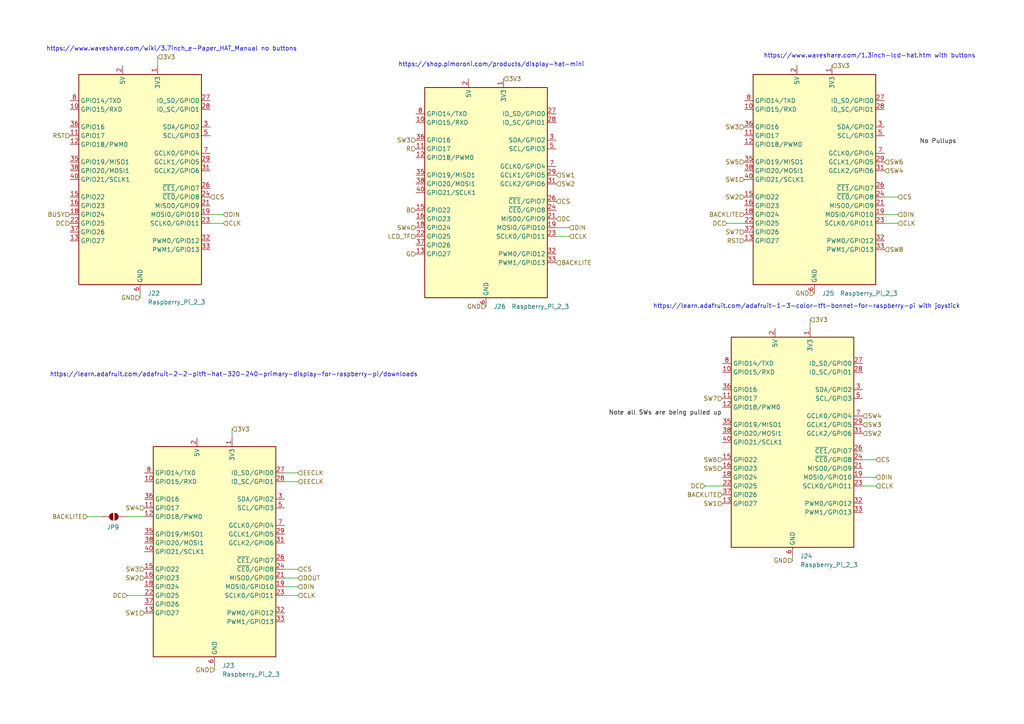
<source format=kicad_sch>
(kicad_sch (version 20231120) (generator "eeschema") (generator_version "8.0")
  (paper "A4")
  (lib_symbols
    (symbol "Connector:Raspberry_Pi_2_3"
      (property "Reference" "J" (at -17.78 31.75 0))
      (property "Value" "Raspberry_Pi_2_3" (at 10.16 -31.75 0))
      (symbol "Raspberry_Pi_2_3_0_1"
        (rectangle (start -17.78 30.48) (end 17.78 -30.48) (stroke (width 0.254)) (fill (type background)))
      )
      (symbol "Raspberry_Pi_2_3_1_1"
        (pin power_in line (at 5.08 33.02 270) (length 2.54) (name "3V3") (number "1"))
        (pin bidirectional line (at -20.32 20.32 0) (length 2.54) (name "GPIO15/RXD") (number "10"))
        (pin bidirectional line (at -20.32 12.7 0) (length 2.54) (name "GPIO17") (number "11"))
        (pin bidirectional line (at -20.32 10.16 0) (length 2.54) (name "GPIO18/PWM0") (number "12"))
        (pin bidirectional line (at -20.32 -17.78 0) (length 2.54) (name "GPIO27") (number "13"))
        (pin passive line (at 0 -33.02 90) (length 2.54) hide (name "GND") (number "14"))
        (pin bidirectional line (at -20.32 -5.08 0) (length 2.54) (name "GPIO22") (number "15"))
        (pin bidirectional line (at -20.32 -7.62 0) (length 2.54) (name "GPIO23") (number "16"))
        (pin passive line (at 5.08 33.02 270) (length 2.54) hide (name "3V3") (number "17"))
        (pin bidirectional line (at -20.32 -10.16 0) (length 2.54) (name "GPIO24") (number "18"))
        (pin bidirectional line (at 20.32 -10.16 180) (length 2.54) (name "MOSI0/GPIO10") (number "19"))
        (pin power_in line (at -5.08 33.02 270) (length 2.54) (name "5V") (number "2"))
        (pin passive line (at 0 -33.02 90) (length 2.54) hide (name "GND") (number "20"))
        (pin bidirectional line (at 20.32 -7.62 180) (length 2.54) (name "MISO0/GPIO9") (number "21"))
        (pin bidirectional line (at -20.32 -12.7 0) (length 2.54) (name "GPIO25") (number "22"))
        (pin bidirectional line (at 20.32 -12.7 180) (length 2.54) (name "SCLK0/GPIO11") (number "23"))
        (pin bidirectional line (at 20.32 -5.08 180) (length 2.54) (name "~{CE0}/GPIO8") (number "24"))
        (pin passive line (at 0 -33.02 90) (length 2.54) hide (name "GND") (number "25"))
        (pin bidirectional line (at 20.32 -2.54 180) (length 2.54) (name "~{CE1}/GPIO7") (number "26"))
        (pin bidirectional line (at 20.32 22.86 180) (length 2.54) (name "ID_SD/GPIO0") (number "27"))
        (pin bidirectional line (at 20.32 20.32 180) (length 2.54) (name "ID_SC/GPIO1") (number "28"))
        (pin bidirectional line (at 20.32 5.08 180) (length 2.54) (name "GCLK1/GPIO5") (number "29"))
        (pin bidirectional line (at 20.32 15.24 180) (length 2.54) (name "SDA/GPIO2") (number "3"))
        (pin passive line (at 0 -33.02 90) (length 2.54) hide (name "GND") (number "30"))
        (pin bidirectional line (at 20.32 2.54 180) (length 2.54) (name "GCLK2/GPIO6") (number "31"))
        (pin bidirectional line (at 20.32 -17.78 180) (length 2.54) (name "PWM0/GPIO12") (number "32"))
        (pin bidirectional line (at 20.32 -20.32 180) (length 2.54) (name "PWM1/GPIO13") (number "33"))
        (pin passive line (at 0 -33.02 90) (length 2.54) hide (name "GND") (number "34"))
        (pin bidirectional line (at -20.32 5.08 0) (length 2.54) (name "GPIO19/MISO1") (number "35"))
        (pin bidirectional line (at -20.32 15.24 0) (length 2.54) (name "GPIO16") (number "36"))
        (pin bidirectional line (at -20.32 -15.24 0) (length 2.54) (name "GPIO26") (number "37"))
        (pin bidirectional line (at -20.32 2.54 0) (length 2.54) (name "GPIO20/MOSI1") (number "38"))
        (pin passive line (at 0 -33.02 90) (length 2.54) hide (name "GND") (number "39"))
        (pin passive line (at -5.08 33.02 270) (length 2.54) hide (name "5V") (number "4"))
        (pin bidirectional line (at -20.32 0 0) (length 2.54) (name "GPIO21/SCLK1") (number "40"))
        (pin bidirectional line (at 20.32 12.7 180) (length 2.54) (name "SCL/GPIO3") (number "5"))
        (pin power_in line (at 0 -33.02 90) (length 2.54) (name "GND") (number "6"))
        (pin bidirectional line (at 20.32 7.62 180) (length 2.54) (name "GCLK0/GPIO4") (number "7"))
        (pin bidirectional line (at -20.32 22.86 0) (length 2.54) (name "GPIO14/TXD") (number "8"))
        (pin passive line (at 0 -33.02 90) (length 2.54) hide (name "GND") (number "9"))
      )
    )
    (symbol "Jumper:SolderJumper_2_Open" (pin_numbers hide) (pin_names (offset 0) hide) (exclude_from_sim yes) (in_bom no)
      (property "Reference" "JP" (at 0 2.032 0))
      (property "Value" "SolderJumper_2_Open" (at 0 -2.54 0))
      (symbol "SolderJumper_2_Open_0_1"
        (arc (start -0.254 1.016) (mid -1.2656 0) (end -0.254 -1.016))
        (arc (start -0.254 1.016) (mid -1.2656 0) (end -0.254 -1.016) (fill (type outline)))
        (polyline (pts (xy -0.254 1.016) (xy -0.254 -1.016)))
        (polyline (pts (xy 0.254 1.016) (xy 0.254 -1.016)))
        (arc (start 0.254 -1.016) (mid 1.2656 0) (end 0.254 1.016))
        (arc (start 0.254 -1.016) (mid 1.2656 0) (end 0.254 1.016) (fill (type outline)))
      )
      (symbol "SolderJumper_2_Open_1_1"
        (pin passive line (at -3.81 0 0) (length 2.54) (name "A") (number "1"))
        (pin passive line (at 3.81 0 180) (length 2.54) (name "B") (number "2"))
      )
    )
  )
  (wire (pts (xy 60.96 62.23) (xy 64.77 62.23)))
  (wire (pts (xy 45.72 16.51) (xy 45.72 19.05)))
  (wire (pts (xy 82.55 170.18) (xy 86.36 170.18)))
  (wire (pts (xy 86.36 137.16) (xy 82.55 137.16)))
  (wire (pts (xy 250.19 138.43) (xy 254 138.43)))
  (wire (pts (xy 260.35 64.77) (xy 256.54 64.77)))
  (wire (pts (xy 67.31 124.46) (xy 67.31 127)))
  (wire (pts (xy 161.29 66.04) (xy 165.1 66.04)))
  (wire (pts (xy 40.64 86.36) (xy 40.64 85.09)))
  (wire (pts (xy 254 140.97) (xy 250.19 140.97)))
  (wire (pts (xy 165.1 68.58) (xy 161.29 68.58)))
  (wire (pts (xy 36.83 149.86) (xy 41.91 149.86)))
  (wire (pts (xy 210.82 64.77) (xy 215.9 64.77)))
  (wire (pts (xy 64.77 64.77) (xy 60.96 64.77)))
  (wire (pts (xy 234.95 92.71) (xy 234.95 95.25)))
  (wire (pts (xy 86.36 172.72) (xy 82.55 172.72)))
  (wire (pts (xy 86.36 139.7) (xy 82.55 139.7)))
  (wire (pts (xy 229.87 162.56) (xy 229.87 161.29)))
  (wire (pts (xy 86.36 165.1) (xy 82.55 165.1)))
  (wire (pts (xy 254 133.35) (xy 250.19 133.35)))
  (wire (pts (xy 62.23 194.31) (xy 62.23 193.04)))
  (wire (pts (xy 256.54 62.23) (xy 260.35 62.23)))
  (wire (pts (xy 25.4 149.86) (xy 29.21 149.86)))
  (wire (pts (xy 36.83 172.72) (xy 41.91 172.72)))
  (wire (pts (xy 86.36 167.64) (xy 82.55 167.64)))
  (wire (pts (xy 204.47 140.97) (xy 209.55 140.97)))
  (wire (pts (xy 260.35 57.15) (xy 256.54 57.15)))
  (text "https://www.waveshare.com/1.3inch-lcd-hat.htm with buttons" (at 252.222 16.256 0) (effects (font (size 1.27 1.27))))
  (text "https://learn.adafruit.com/adafruit-1-3-color-tft-bonnet-for-raspberry-pi with joystick" (at 233.934 88.9 0) (effects (font (size 1.27 1.27))))
  (text "https://shop.pimoroni.com/products/display-hat-mini" (at 142.494 18.796 0) (effects (font (size 1.27 1.27))))
  (text "https://www.waveshare.com/wiki/3.7inch_e-Paper_HAT_Manual no buttons\n" (at 49.784 14.224 0) (effects (font (size 1.27 1.27))))
  (text "https://learn.adafruit.com/adafruit-2-2-pitft-hat-320-240-primary-display-for-raspberry-pi/downloads" (at 67.818 108.712 0) (effects (font (size 1.27 1.27))))
  (label "No Pullups" (at 266.7 41.91 0))
  (label "Note all SWs are being pulled up" (at 176.53 120.65 0))
  (hierarchical_label "SW5" (shape input) (at 209.55 135.89 180))
  (hierarchical_label "BACKLITE" (shape input) (at 161.29 76.2 0))
  (hierarchical_label "SW6" (shape input) (at 209.55 133.35 180))
  (hierarchical_label "SW4" (shape input) (at 41.91 147.32 180))
  (hierarchical_label "CLK" (shape input) (at 254 140.97 0))
  (hierarchical_label "EECLK" (shape input) (at 86.36 137.16 0))
  (hierarchical_label "DC" (shape input) (at 204.47 140.97 180))
  (hierarchical_label "SW2" (shape input) (at 250.19 125.73 0))
  (hierarchical_label "LCD_TF" (shape input) (at 120.65 68.58 180))
  (hierarchical_label "GND" (shape input) (at 229.87 162.56 180))
  (hierarchical_label "R" (shape input) (at 120.65 43.18 180))
  (hierarchical_label "CS" (shape input) (at 260.35 57.15 0))
  (hierarchical_label "SW2" (shape input) (at 161.29 53.34 0))
  (hierarchical_label "SW1" (shape input) (at 41.91 177.8 180))
  (hierarchical_label "RST" (shape input) (at 20.32 39.37 180))
  (hierarchical_label "SW3" (shape input) (at 250.19 123.19 0))
  (hierarchical_label "DC" (shape input) (at 210.82 64.77 180))
  (hierarchical_label "CS" (shape input) (at 161.29 58.42 0))
  (hierarchical_label "DIN" (shape input) (at 260.35 62.23 0))
  (hierarchical_label "DOUT" (shape input) (at 86.36 167.64 0))
  (hierarchical_label "DC" (shape input) (at 20.32 64.77 180))
  (hierarchical_label "SW6" (shape input) (at 256.54 46.99 0))
  (hierarchical_label "SW2" (shape input) (at 41.91 167.64 180))
  (hierarchical_label "RST" (shape input) (at 215.9 69.85 180))
  (hierarchical_label "SW7" (shape input) (at 209.55 115.57 180))
  (hierarchical_label "CLK" (shape input) (at 86.36 172.72 0))
  (hierarchical_label "SW3" (shape input) (at 215.9 36.83 180))
  (hierarchical_label "BUSY" (shape input) (at 20.32 62.23 180))
  (hierarchical_label "GND" (shape input) (at 40.64 86.36 180))
  (hierarchical_label "3V3" (shape input) (at 67.31 124.46 0))
  (hierarchical_label "SW1" (shape input) (at 215.9 52.07 180))
  (hierarchical_label "SW3" (shape input) (at 120.65 40.64 180))
  (hierarchical_label "CS" (shape input) (at 86.36 165.1 0))
  (hierarchical_label "GND" (shape input) (at 62.23 194.31 180))
  (hierarchical_label "3V3" (shape input) (at 146.05 22.86 0))
  (hierarchical_label "GND" (shape input) (at 140.97 88.9 180))
  (hierarchical_label "3V3" (shape input) (at 241.3 19.05 0))
  (hierarchical_label "BACKLITE" (shape input) (at 209.55 143.51 180))
  (hierarchical_label "3V3" (shape input) (at 234.95 92.71 0))
  (hierarchical_label "CLK" (shape input) (at 260.35 64.77 0))
  (hierarchical_label "SW5" (shape input) (at 215.9 46.99 180))
  (hierarchical_label "DIN" (shape input) (at 165.1 66.04 0))
  (hierarchical_label "BACKLITE" (shape input) (at 25.4 149.86 180))
  (hierarchical_label "G" (shape input) (at 120.65 73.66 180))
  (hierarchical_label "EECLK" (shape input) (at 86.36 139.7 0))
  (hierarchical_label "3V3" (shape input) (at 45.72 16.51 0))
  (hierarchical_label "SW8" (shape input) (at 256.54 72.39 0))
  (hierarchical_label "SW4" (shape input) (at 120.65 66.04 180))
  (hierarchical_label "CS" (shape input) (at 254 133.35 0))
  (hierarchical_label "SW1" (shape input) (at 161.29 50.8 0))
  (hierarchical_label "DC" (shape input) (at 161.29 63.5 0))
  (hierarchical_label "CLK" (shape input) (at 64.77 64.77 0))
  (hierarchical_label "SW1" (shape input) (at 209.55 146.05 180))
  (hierarchical_label "GND" (shape input) (at 236.22 85.09 180))
  (hierarchical_label "CLK" (shape input) (at 165.1 68.58 0))
  (hierarchical_label "SW7" (shape input) (at 215.9 67.31 180))
  (hierarchical_label "CS" (shape input) (at 60.96 57.15 0))
  (hierarchical_label "SW2" (shape input) (at 215.9 57.15 180))
  (hierarchical_label "DC" (shape input) (at 36.83 172.72 180))
  (hierarchical_label "SW3" (shape input) (at 41.91 165.1 180))
  (hierarchical_label "DIN" (shape input) (at 254 138.43 0))
  (hierarchical_label "B" (shape input) (at 120.65 60.96 180))
  (hierarchical_label "DIN" (shape input) (at 64.77 62.23 0))
  (hierarchical_label "DIN" (shape input) (at 86.36 170.18 0))
  (hierarchical_label "SW4" (shape input) (at 250.19 120.65 0))
  (hierarchical_label "BACKLITE" (shape input) (at 215.9 62.23 180))
  (hierarchical_label "SW4" (shape input) (at 256.54 49.53 0))
  (symbol (lib_id "Connector:Raspberry_Pi_2_3") (at 140.97 55.88 0) (unit 1) (on_board no)
    (property "Reference" "J26" (at 143.1641 88.9 0) (effects (justify left)))
    (property "Value" "Raspberry_Pi_2_3" (at 148.336 88.9 0) (effects (justify left)))
    (property "Datasheet" "https://www.raspberrypi.org/documentation/hardware/raspberrypi/schematics/rpi_SCH_3bplus_1p0_reduced.pdf" (effects (hide yes)))
    (property "Description" "expansion header for Raspberry Pi 2 & 3" (effects (hide yes)))
  )
  (symbol (lib_id "Connector:Raspberry_Pi_2_3") (at 229.87 128.27 0) (unit 1) (on_board no)
    (property "Reference" "J24" (at 232.0641 161.29 0) (effects (justify left)))
    (property "Value" "Raspberry_Pi_2_3" (at 232.0641 163.83 0) (effects (justify left)))
    (property "Datasheet" "https://www.raspberrypi.org/documentation/hardware/raspberrypi/schematics/rpi_SCH_3bplus_1p0_reduced.pdf" (effects (hide yes)))
    (property "Description" "expansion header for Raspberry Pi 2 & 3" (effects (hide yes)))
  )
  (symbol (lib_id "Connector:Raspberry_Pi_2_3") (at 62.23 160.02 0) (unit 1) (on_board no)
    (property "Reference" "J23" (at 64.4241 193.04 0) (effects (justify left)))
    (property "Value" "Raspberry_Pi_2_3" (at 64.4241 195.58 0) (effects (justify left)))
    (property "Datasheet" "https://www.raspberrypi.org/documentation/hardware/raspberrypi/schematics/rpi_SCH_3bplus_1p0_reduced.pdf" (effects (hide yes)))
    (property "Description" "expansion header for Raspberry Pi 2 & 3" (effects (hide yes)))
  )
  (symbol (lib_id "Connector:Raspberry_Pi_2_3") (at 40.64 52.07 0) (unit 1) (on_board no)
    (property "Reference" "J22" (at 42.8341 85.09 0) (effects (justify left)))
    (property "Value" "Raspberry_Pi_2_3" (at 42.8341 87.63 0) (effects (justify left)))
    (property "Datasheet" "https://www.raspberrypi.org/documentation/hardware/raspberrypi/schematics/rpi_SCH_3bplus_1p0_reduced.pdf" (effects (hide yes)))
    (property "Description" "expansion header for Raspberry Pi 2 & 3" (effects (hide yes)))
  )
  (symbol (lib_id "Jumper:SolderJumper_2_Open") (at 33.02 149.86 0) (mirror x) (unit 1) (exclude_from_sim yes) (in_bom no)
    (property "Reference" "JP9" (at 32.766 152.908 0))
    (property "Value" "SolderJumper_2_Open" (effects (hide yes)))
    (property "Description" "Solder Jumper, 2-pole, open" (effects (hide yes)))
  )
  (symbol (lib_id "Connector:Raspberry_Pi_2_3") (at 236.22 52.07 0) (unit 1) (on_board no)
    (property "Reference" "J25" (at 238.4141 85.09 0) (effects (justify left)))
    (property "Value" "Raspberry_Pi_2_3" (at 243.586 85.09 0) (effects (justify left)))
    (property "Datasheet" "https://www.raspberrypi.org/documentation/hardware/raspberrypi/schematics/rpi_SCH_3bplus_1p0_reduced.pdf" (effects (hide yes)))
    (property "Description" "expansion header for Raspberry Pi 2 & 3" (effects (hide yes)))
  )
)
</source>
